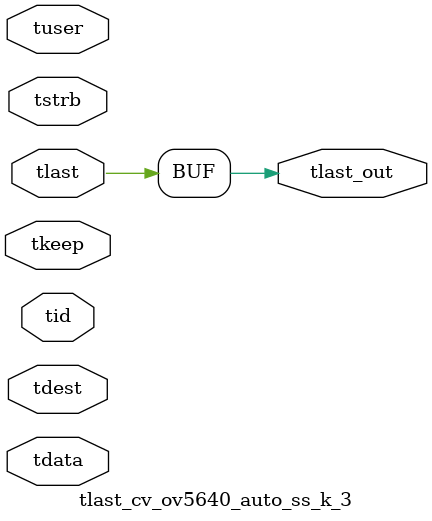
<source format=v>


`timescale 1ps/1ps

module tlast_cv_ov5640_auto_ss_k_3 #
(
parameter C_S_AXIS_TID_WIDTH   = 1,
parameter C_S_AXIS_TUSER_WIDTH = 0,
parameter C_S_AXIS_TDATA_WIDTH = 0,
parameter C_S_AXIS_TDEST_WIDTH = 0
)
(
input  [(C_S_AXIS_TID_WIDTH   == 0 ? 1 : C_S_AXIS_TID_WIDTH)-1:0       ] tid,
input  [(C_S_AXIS_TDATA_WIDTH == 0 ? 1 : C_S_AXIS_TDATA_WIDTH)-1:0     ] tdata,
input  [(C_S_AXIS_TUSER_WIDTH == 0 ? 1 : C_S_AXIS_TUSER_WIDTH)-1:0     ] tuser,
input  [(C_S_AXIS_TDEST_WIDTH == 0 ? 1 : C_S_AXIS_TDEST_WIDTH)-1:0     ] tdest,
input  [(C_S_AXIS_TDATA_WIDTH/8)-1:0 ] tkeep,
input  [(C_S_AXIS_TDATA_WIDTH/8)-1:0 ] tstrb,
input  [0:0]                                                             tlast,
output                                                                   tlast_out
);

assign tlast_out = {tlast};

endmodule


</source>
